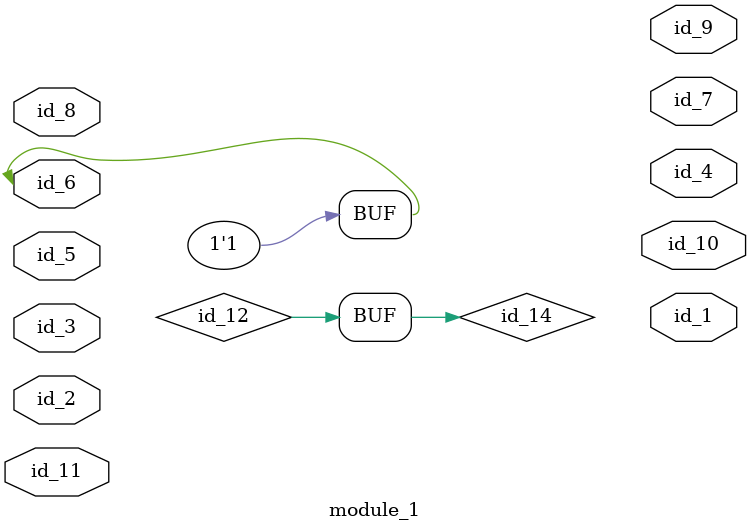
<source format=v>
module module_0 (
    id_1,
    id_2,
    id_3,
    id_4
);
  inout wire id_4;
  inout wire id_3;
  input wire id_2;
  inout wire id_1;
  assign id_3 = id_4;
  wire id_5;
  wire id_6;
endmodule
module module_1 (
    id_1,
    id_2,
    id_3,
    id_4,
    id_5,
    id_6,
    id_7,
    id_8,
    id_9,
    id_10,
    id_11
);
  inout wire id_11;
  output wire id_10;
  output wire id_9;
  input wire id_8;
  output wire id_7;
  inout wire id_6;
  input wire id_5;
  output wire id_4;
  input wire id_3;
  inout wire id_2;
  output wire id_1;
  assign id_6 = -1;
  wire id_12;
  initial id_6 <= 1;
  always $display(id_12);
  wire id_13;
  wire id_14 = id_12, id_15;
  module_0 modCall_1 (
      id_14,
      id_12,
      id_12,
      id_14
  );
endmodule

</source>
